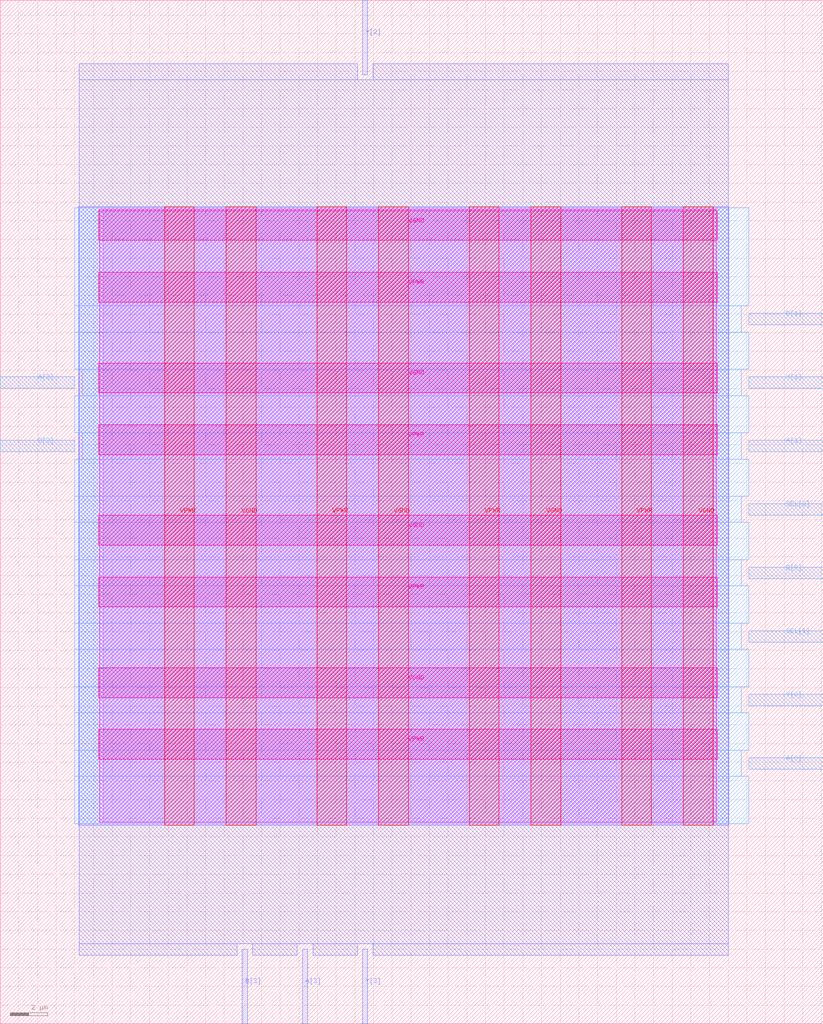
<source format=lef>
VERSION 5.7 ;
  NOWIREEXTENSIONATPIN ON ;
  DIVIDERCHAR "/" ;
  BUSBITCHARS "[]" ;
MACRO alu
  CLASS BLOCK ;
  FOREIGN alu ;
  ORIGIN 0.000 0.000 ;
  SIZE 44.095 BY 54.815 ;
  PIN A[0]
    DIRECTION INPUT ;
    USE SIGNAL ;
    ANTENNAGATEAREA 0.196500 ;
    PORT
      LAYER met3 ;
        RECT 40.095 13.640 44.095 14.240 ;
    END
  END A[0]
  PIN A[1]
    DIRECTION INPUT ;
    USE SIGNAL ;
    ANTENNAGATEAREA 0.196500 ;
    PORT
      LAYER met3 ;
        RECT 40.095 30.640 44.095 31.240 ;
    END
  END A[1]
  PIN A[2]
    DIRECTION INPUT ;
    USE SIGNAL ;
    ANTENNAGATEAREA 0.196500 ;
    PORT
      LAYER met3 ;
        RECT 0.000 34.040 4.000 34.640 ;
    END
  END A[2]
  PIN A[3]
    DIRECTION INPUT ;
    USE SIGNAL ;
    ANTENNAGATEAREA 0.196500 ;
    PORT
      LAYER met2 ;
        RECT 16.190 0.000 16.470 4.000 ;
    END
  END A[3]
  PIN B[0]
    DIRECTION INPUT ;
    USE SIGNAL ;
    ANTENNAGATEAREA 0.213000 ;
    PORT
      LAYER met3 ;
        RECT 40.095 23.840 44.095 24.440 ;
    END
  END B[0]
  PIN B[1]
    DIRECTION INPUT ;
    USE SIGNAL ;
    ANTENNAGATEAREA 0.126000 ;
    PORT
      LAYER met3 ;
        RECT 40.095 37.440 44.095 38.040 ;
    END
  END B[1]
  PIN B[2]
    DIRECTION INPUT ;
    USE SIGNAL ;
    ANTENNAGATEAREA 0.196500 ;
    PORT
      LAYER met3 ;
        RECT 0.000 30.640 4.000 31.240 ;
    END
  END B[2]
  PIN B[3]
    DIRECTION INPUT ;
    USE SIGNAL ;
    ANTENNAGATEAREA 0.196500 ;
    PORT
      LAYER met2 ;
        RECT 12.970 0.000 13.250 4.000 ;
    END
  END B[3]
  PIN SEL[0]
    DIRECTION INPUT ;
    USE SIGNAL ;
    ANTENNAGATEAREA 0.196500 ;
    PORT
      LAYER met3 ;
        RECT 40.095 27.240 44.095 27.840 ;
    END
  END SEL[0]
  PIN SEL[1]
    DIRECTION INPUT ;
    USE SIGNAL ;
    ANTENNAGATEAREA 0.126000 ;
    PORT
      LAYER met3 ;
        RECT 40.095 20.440 44.095 21.040 ;
    END
  END SEL[1]
  PIN VGND
    DIRECTION INOUT ;
    USE GROUND ;
    PORT
      LAYER met4 ;
        RECT 12.100 10.640 13.700 43.760 ;
    END
    PORT
      LAYER met4 ;
        RECT 20.265 10.640 21.865 43.760 ;
    END
    PORT
      LAYER met4 ;
        RECT 28.430 10.640 30.030 43.760 ;
    END
    PORT
      LAYER met4 ;
        RECT 36.595 10.640 38.195 43.760 ;
    END
    PORT
      LAYER met5 ;
        RECT 5.280 17.460 38.420 19.060 ;
    END
    PORT
      LAYER met5 ;
        RECT 5.280 25.620 38.420 27.220 ;
    END
    PORT
      LAYER met5 ;
        RECT 5.280 33.780 38.420 35.380 ;
    END
    PORT
      LAYER met5 ;
        RECT 5.280 41.940 38.420 43.540 ;
    END
  END VGND
  PIN VPWR
    DIRECTION INOUT ;
    USE POWER ;
    PORT
      LAYER met4 ;
        RECT 8.800 10.640 10.400 43.760 ;
    END
    PORT
      LAYER met4 ;
        RECT 16.965 10.640 18.565 43.760 ;
    END
    PORT
      LAYER met4 ;
        RECT 25.130 10.640 26.730 43.760 ;
    END
    PORT
      LAYER met4 ;
        RECT 33.295 10.640 34.895 43.760 ;
    END
    PORT
      LAYER met5 ;
        RECT 5.280 14.160 38.420 15.760 ;
    END
    PORT
      LAYER met5 ;
        RECT 5.280 22.320 38.420 23.920 ;
    END
    PORT
      LAYER met5 ;
        RECT 5.280 30.480 38.420 32.080 ;
    END
    PORT
      LAYER met5 ;
        RECT 5.280 38.640 38.420 40.240 ;
    END
  END VPWR
  PIN Y[0]
    DIRECTION OUTPUT ;
    USE SIGNAL ;
    ANTENNADIFFAREA 0.445500 ;
    PORT
      LAYER met3 ;
        RECT 40.095 17.040 44.095 17.640 ;
    END
  END Y[0]
  PIN Y[1]
    DIRECTION OUTPUT ;
    USE SIGNAL ;
    ANTENNADIFFAREA 0.445500 ;
    PORT
      LAYER met3 ;
        RECT 40.095 34.040 44.095 34.640 ;
    END
  END Y[1]
  PIN Y[2]
    DIRECTION OUTPUT ;
    USE SIGNAL ;
    ANTENNADIFFAREA 0.795200 ;
    PORT
      LAYER met2 ;
        RECT 19.410 50.815 19.690 54.815 ;
    END
  END Y[2]
  PIN Y[3]
    DIRECTION OUTPUT ;
    USE SIGNAL ;
    ANTENNADIFFAREA 0.445500 ;
    PORT
      LAYER met2 ;
        RECT 19.410 0.000 19.690 4.000 ;
    END
  END Y[3]
  OBS
      LAYER nwell ;
        RECT 5.330 10.795 38.370 43.605 ;
      LAYER li1 ;
        RECT 5.520 10.795 38.180 43.605 ;
      LAYER met1 ;
        RECT 4.210 10.640 39.030 43.760 ;
      LAYER met2 ;
        RECT 4.230 50.535 19.130 51.410 ;
        RECT 19.970 50.535 39.010 51.410 ;
        RECT 4.230 4.280 39.010 50.535 ;
        RECT 4.230 3.670 12.690 4.280 ;
        RECT 13.530 3.670 15.910 4.280 ;
        RECT 16.750 3.670 19.130 4.280 ;
        RECT 19.970 3.670 39.010 4.280 ;
      LAYER met3 ;
        RECT 3.990 38.440 40.095 43.685 ;
        RECT 3.990 37.040 39.695 38.440 ;
        RECT 3.990 35.040 40.095 37.040 ;
        RECT 4.400 33.640 39.695 35.040 ;
        RECT 3.990 31.640 40.095 33.640 ;
        RECT 4.400 30.240 39.695 31.640 ;
        RECT 3.990 28.240 40.095 30.240 ;
        RECT 3.990 26.840 39.695 28.240 ;
        RECT 3.990 24.840 40.095 26.840 ;
        RECT 3.990 23.440 39.695 24.840 ;
        RECT 3.990 21.440 40.095 23.440 ;
        RECT 3.990 20.040 39.695 21.440 ;
        RECT 3.990 18.040 40.095 20.040 ;
        RECT 3.990 16.640 39.695 18.040 ;
        RECT 3.990 14.640 40.095 16.640 ;
        RECT 3.990 13.240 39.695 14.640 ;
        RECT 3.990 10.715 40.095 13.240 ;
  END
END alu
END LIBRARY


</source>
